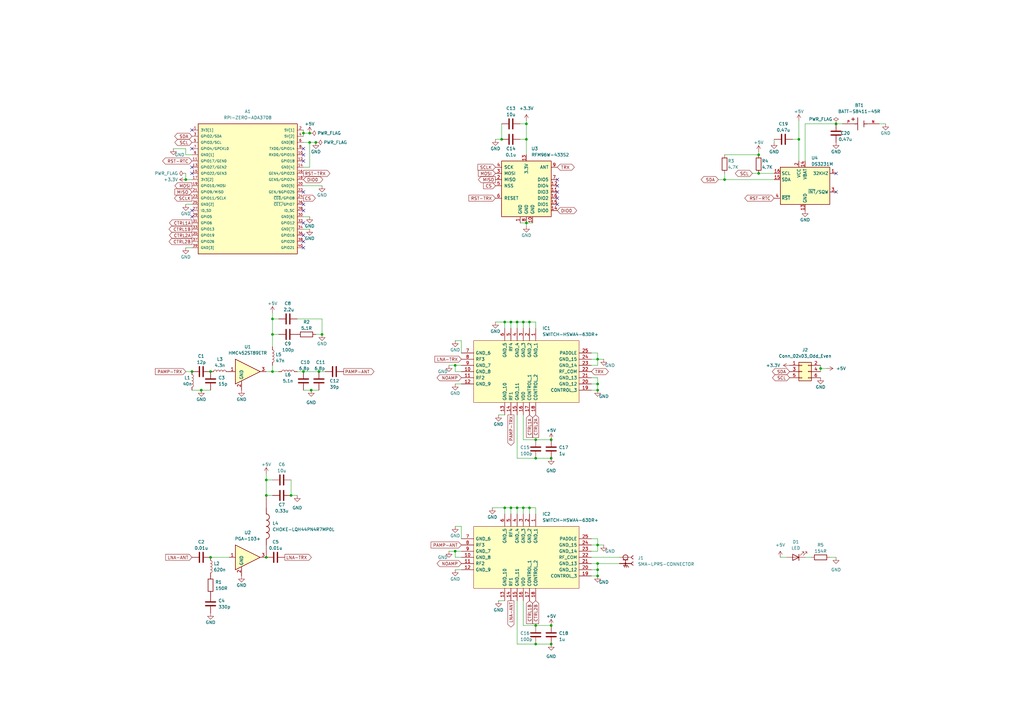
<source format=kicad_sch>
(kicad_sch (version 20211123) (generator eeschema)
  (paper "A3")
  (title_block (title "RF Communications Ground PCB") (date "2022-10-30") (rev "1") (company "Rice Eclipse"))
  (lib_symbols
    (symbol "Connector_Generic:Conn_02x03_Odd_Even" (pin_names (offset 1.016) hide)
      (property "Reference" "J" (at 1.27 5.08 0))
      (property "Value" "Conn_02x03_Odd_Even" (at 1.27 -5.08 0))
      (symbol "Conn_02x03_Odd_Even_1_1"
        (rectangle (start -1.27 -2.413) (end 0 -2.667) (stroke (width 0.1524)))
        (rectangle (start -1.27 0.127) (end 0 -0.127) (stroke (width 0.1524)))
        (rectangle (start -1.27 2.667) (end 0 2.413) (stroke (width 0.1524)))
        (rectangle (start -1.27 3.81) (end 3.81 -3.81) (stroke (width 0.254)) (fill (type background)))
        (rectangle (start 3.81 -2.413) (end 2.54 -2.667) (stroke (width 0.1524)))
        (rectangle (start 3.81 0.127) (end 2.54 -0.127) (stroke (width 0.1524)))
        (rectangle (start 3.81 2.667) (end 2.54 2.413) (stroke (width 0.1524)))
        (pin passive line (at -5.08 2.54 0) (length 3.81) (name "Pin_1") (number "1"))
        (pin passive line (at 7.62 2.54 180) (length 3.81) (name "Pin_2") (number "2"))
        (pin passive line (at -5.08 0 0) (length 3.81) (name "Pin_3") (number "3"))
        (pin passive line (at 7.62 0 180) (length 3.81) (name "Pin_4") (number "4"))
        (pin passive line (at -5.08 -2.54 0) (length 3.81) (name "Pin_5") (number "5"))
        (pin passive line (at 7.62 -2.54 180) (length 3.81) (name "Pin_6") (number "6"))
      )
    )
    (symbol "Device:C" (pin_numbers hide) (pin_names (offset 0.254))
      (property "Reference" "C" (at 0.635 2.54 0))
      (property "Value" "C" (at 0.635 -2.54 0))
      (symbol "C_0_1"
        (polyline (pts (xy -2.032 -0.762) (xy 2.032 -0.762)) (stroke (width 0.508)))
        (polyline (pts (xy -2.032 0.762) (xy 2.032 0.762)) (stroke (width 0.508)))
      )
      (symbol "C_1_1"
        (pin passive line (at 0 3.81 270) (length 2.794) (name "~") (number "1"))
        (pin passive line (at 0 -3.81 90) (length 2.794) (name "~") (number "2"))
      )
    )
    (symbol "Device:L" (pin_numbers hide) (pin_names (offset 1.016) hide)
      (property "Reference" "L" (at -1.27 0 90))
      (property "Value" "L" (at 1.905 0 90))
      (symbol "L_0_1"
        (arc (start 0 -2.54) (mid 0.635 -1.905) (end 0 -1.27))
        (arc (start 0 -1.27) (mid 0.635 -0.635) (end 0 0))
        (arc (start 0 0) (mid 0.635 0.635) (end 0 1.27))
        (arc (start 0 1.27) (mid 0.635 1.905) (end 0 2.54))
      )
      (symbol "L_1_1"
        (pin passive line (at 0 3.81 270) (length 1.27) (name "1") (number "1"))
        (pin passive line (at 0 -3.81 90) (length 1.27) (name "2") (number "2"))
      )
    )
    (symbol "Device:LED" (pin_numbers hide) (pin_names (offset 1.016) hide)
      (property "Reference" "D" (at 0 2.54 0))
      (property "Value" "LED" (at 0 -2.54 0))
      (symbol "LED_0_1"
        (polyline (pts (xy -1.27 -1.27) (xy -1.27 1.27)) (stroke (width 0.254)))
        (polyline (pts (xy -1.27 0) (xy 1.27 0)))
        (polyline (pts (xy 1.27 -1.27) (xy 1.27 1.27) (xy -1.27 0) (xy 1.27 -1.27)) (stroke (width 0.254)))
        (polyline (pts (xy -3.048 -0.762) (xy -4.572 -2.286) (xy -3.81 -2.286) (xy -4.572 -2.286) (xy -4.572 -1.524)))
        (polyline (pts (xy -1.778 -0.762) (xy -3.302 -2.286) (xy -2.54 -2.286) (xy -3.302 -2.286) (xy -3.302 -1.524)))
      )
      (symbol "LED_1_1"
        (pin passive line (at -3.81 0 0) (length 2.54) (name "K") (number "1"))
        (pin passive line (at 3.81 0 180) (length 2.54) (name "A") (number "2"))
      )
    )
    (symbol "Device:R" (pin_numbers hide) (pin_names (offset 0))
      (property "Reference" "R" (at 2.032 0 90))
      (property "Value" "R" (at 0 0 90))
      (symbol "R_0_1"
        (rectangle (start -1.016 -2.54) (end 1.016 2.54) (stroke (width 0.254)))
      )
      (symbol "R_1_1"
        (pin passive line (at 0 3.81 270) (length 1.27) (name "~") (number "1"))
        (pin passive line (at 0 -3.81 90) (length 1.27) (name "~") (number "2"))
      )
    )
    (symbol "Eclipse_RF_Symbols:BATT-S8411-45R" (pin_names (offset 1.016) hide)
      (property "Reference" "BT" (at -3.81 3.81 0))
      (property "Value" "BATT-S8411-45R" (at -3.81 -5.08 0))
      (symbol "BATT-S8411-45R_0_0"
        (polyline (pts (xy -3.81 1.905) (xy -2.54 1.905)) (stroke (width 0.254)))
        (polyline (pts (xy -3.175 2.54) (xy -3.175 1.27)) (stroke (width 0.254)))
        (polyline (pts (xy -1.27 0) (xy -2.54 0)) (stroke (width 0.254)))
        (polyline (pts (xy -1.27 0) (xy -1.27 -2.54)) (stroke (width 0.254)))
        (polyline (pts (xy -1.27 2.54) (xy -1.27 0)) (stroke (width 0.254)))
        (polyline (pts (xy 1.27 0) (xy 1.27 -1.27)) (stroke (width 0.254)))
        (polyline (pts (xy 1.27 0) (xy 2.54 0)) (stroke (width 0.254)))
        (polyline (pts (xy 1.27 1.27) (xy 1.27 0)) (stroke (width 0.254)))
        (pin passive line (at 7.62 0 180) (length 5.08) (name "~") (number "N"))
        (pin passive line (at -7.62 0 0) (length 5.08) (name "~") (number "P"))
      )
    )
    (symbol "Eclipse_RF_Symbols:CHOKE-LQH44PN4R7MP0L" (pin_numbers hide) (pin_names (offset 1.016) hide)
      (property "Reference" "L" (at -10.16 7.62 0))
      (property "Value" "CHOKE-LQH44PN4R7MP0L" (at -10.16 5.08 0))
      (symbol "CHOKE-LQH44PN4R7MP0L_0_0"
        (arc (start -2.54 0) (mid -3.81 1.27) (end -5.08 0) (stroke (width 0.254)))
        (arc (start 0 0) (mid -1.27 1.27) (end -2.54 0) (stroke (width 0.254)))
        (polyline (pts (xy -5.08 0) (xy -7.62 0)) (stroke (width 0.254)))
        (polyline (pts (xy 5.08 0) (xy 7.62 0)) (stroke (width 0.254)))
        (arc (start 2.54 0) (mid 1.27 1.27) (end 0 0) (stroke (width 0.254)))
        (arc (start 5.08 0) (mid 3.81 1.27) (end 2.54 0) (stroke (width 0.254)))
        (pin passive line (at -12.7 0 0) (length 5.08) (name "~") (number "1"))
        (pin passive line (at 12.7 0 180) (length 5.08) (name "~") (number "2"))
      )
    )
    (symbol "Eclipse_RF_Symbols:RPI-ZERO-ADA3708" (pin_names (offset 1.016))
      (property "Reference" "A" (at -20.3454 26.6954 0))
      (property "Value" "RPI-ZERO-ADA3708" (at -20.3454 -30.5054 0))
      (symbol "RPI-ZERO-ADA3708_0_0"
        (rectangle (start -20.32 -27.94) (end 20.32 25.4) (stroke (width 0.254)) (fill (type background)))
        (pin power_in line (at -22.86 22.86 0) (length 2.54) (name "3V3[1]") (number "1"))
        (pin bidirectional line (at 22.86 12.7 180) (length 2.54) (name "RXD0/GPIO15") (number "10"))
        (pin bidirectional line (at -22.86 10.16 0) (length 2.54) (name "GPIO17/GEN0") (number "11"))
        (pin bidirectional line (at 22.86 10.16 180) (length 2.54) (name "GPIO18") (number "12"))
        (pin bidirectional line (at -22.86 7.62 0) (length 2.54) (name "GPIO27/GEN2") (number "13"))
        (pin power_in line (at 22.86 7.62 180) (length 2.54) (name "GND[4]") (number "14"))
        (pin bidirectional line (at -22.86 5.08 0) (length 2.54) (name "GPIO22/GEN3") (number "15"))
        (pin bidirectional line (at 22.86 5.08 180) (length 2.54) (name "GEN4/GPIO23") (number "16"))
        (pin power_in line (at -22.86 2.54 0) (length 2.54) (name "3V3[2]") (number "17"))
        (pin bidirectional line (at 22.86 2.54 180) (length 2.54) (name "GEN5/GPIO24") (number "18"))
        (pin bidirectional line (at -22.86 0 0) (length 2.54) (name "GPIO10/MOSI") (number "19"))
        (pin power_in line (at 22.86 22.86 180) (length 2.54) (name "5V[1]") (number "2"))
        (pin power_in line (at 22.86 0 180) (length 2.54) (name "GND[5]") (number "20"))
        (pin bidirectional line (at -22.86 -2.54 0) (length 2.54) (name "GPIO9/MISO") (number "21"))
        (pin bidirectional line (at 22.86 -2.54 180) (length 2.54) (name "GEN/6GPIO25") (number "22"))
        (pin bidirectional line (at -22.86 -5.08 0) (length 2.54) (name "GPIO11/SCLK") (number "23"))
        (pin bidirectional line (at 22.86 -5.08 180) (length 2.54) (name "~{CE0}/GPIO8") (number "24"))
        (pin power_in line (at -22.86 -7.62 0) (length 2.54) (name "GND[2]") (number "25"))
        (pin bidirectional line (at 22.86 -7.62 180) (length 2.54) (name "~{CE1/}GPIO7") (number "26"))
        (pin bidirectional line (at -22.86 -10.16 0) (length 2.54) (name "ID_SD") (number "27"))
        (pin bidirectional line (at 22.86 -10.16 180) (length 2.54) (name "ID_SC") (number "28"))
        (pin bidirectional line (at -22.86 -12.7 0) (length 2.54) (name "GPIO5") (number "29"))
        (pin bidirectional line (at -22.86 20.32 0) (length 2.54) (name "GPIO2/SDA") (number "3"))
        (pin power_in line (at 22.86 -12.7 180) (length 2.54) (name "GND[6]") (number "30"))
        (pin bidirectional line (at -22.86 -15.24 0) (length 2.54) (name "GPIO6") (number "31"))
        (pin bidirectional line (at 22.86 -15.24 180) (length 2.54) (name "GPIO12") (number "32"))
        (pin bidirectional line (at -22.86 -17.78 0) (length 2.54) (name "GPIO13") (number "33"))
        (pin power_in line (at 22.86 -17.78 180) (length 2.54) (name "GND[7]") (number "34"))
        (pin bidirectional line (at -22.86 -20.32 0) (length 2.54) (name "GPIO19") (number "35"))
        (pin bidirectional line (at 22.86 -20.32 180) (length 2.54) (name "GPIO16") (number "36"))
        (pin bidirectional line (at -22.86 -22.86 0) (length 2.54) (name "GPIO26") (number "37"))
        (pin bidirectional line (at 22.86 -22.86 180) (length 2.54) (name "GPIO20") (number "38"))
        (pin power_in line (at -22.86 -25.4 0) (length 2.54) (name "GND[3]") (number "39"))
        (pin power_in line (at 22.86 20.32 180) (length 2.54) (name "5V[2]") (number "4"))
        (pin bidirectional line (at 22.86 -25.4 180) (length 2.54) (name "GPIO21") (number "40"))
        (pin bidirectional line (at -22.86 17.78 0) (length 2.54) (name "GPIO3/SCL") (number "5"))
        (pin power_in line (at 22.86 17.78 180) (length 2.54) (name "GND[8]") (number "6"))
        (pin bidirectional line (at -22.86 15.24 0) (length 2.54) (name "GPIO4/GPCKL0") (number "7"))
        (pin bidirectional line (at 22.86 15.24 180) (length 2.54) (name "TXD0/GPIO14") (number "8"))
        (pin power_in line (at -22.86 12.7 0) (length 2.54) (name "GND[1]") (number "9"))
      )
    )
    (symbol "Eclipse_RF_Symbols:SMA-LPRS-CONNECTOR" (pin_numbers hide) (pin_names (offset 1.016) hide)
      (property "Reference" "J" (at -3.81 1.524 0))
      (property "Value" "SMA-LPRS-CONNECTOR" (at -4.064 -6.858 0))
      (symbol "SMA-LPRS-CONNECTOR_0_0"
        (arc (start -3.175 -3.175) (mid -2.54 -2.54) (end -3.175 -1.905) (stroke (width 0.254)))
        (arc (start -3.175 -0.635) (mid -2.54 0) (end -3.175 0.635) (stroke (width 0.254)))
        (circle (center 0 -2.54) (radius 0.254) (stroke (width 0.254)))
        (polyline (pts (xy -1.016 -1.016) (xy 0 -1.016)) (stroke (width 0.254)))
        (polyline (pts (xy -0.762 -3.302) (xy -1.27 -4.064)) (stroke (width 0.254)))
        (polyline (pts (xy 0 -3.302) (xy -0.762 -3.302)) (stroke (width 0.254)))
        (polyline (pts (xy 0 -3.302) (xy -0.508 -4.064)) (stroke (width 0.254)))
        (polyline (pts (xy 0 -3.302) (xy 0.762 -3.302)) (stroke (width 0.254)))
        (polyline (pts (xy 0 -1.016) (xy 0 -3.302)) (stroke (width 0.254)))
        (polyline (pts (xy 0 -1.016) (xy 1.016 -1.016)) (stroke (width 0.254)))
        (polyline (pts (xy 0.762 -3.302) (xy 0.254 -4.064)) (stroke (width 0.254)))
        (circle (center 0 0) (radius 1.016) (stroke (width 0.254)))
        (pin passive line (at 2.54 0 180) (length 5.08) (name "~") (number "1"))
        (pin passive line (at 2.54 -2.54 180) (length 5.08) (name "~") (number "G1"))
        (pin passive line (at 2.54 -2.54 180) (length 5.08) (name "~") (number "G2"))
        (pin passive line (at 2.54 -2.54 180) (length 5.08) (name "~") (number "G3"))
        (pin passive line (at 2.54 -2.54 180) (length 5.08) (name "~") (number "G4"))
      )
    )
    (symbol "Eclipse_RF_Symbols:SWITCH-HSWA4-63DR+" (pin_names (offset 0.762))
      (property "Reference" "IC" (at 31.75 22.86 0))
      (property "Value" "SWITCH-HSWA4-63DR+" (at 31.75 20.32 0))
      (symbol "SWITCH-HSWA4-63DR+_0_0"
        (pin passive line (at 0 0 0) (length 5.08) (name "GND_1") (number "1"))
        (pin passive line (at 17.78 -30.48 90) (length 5.08) (name "GND_8") (number "10"))
        (pin passive line (at 20.32 -30.48 90) (length 5.08) (name "RF2") (number "11"))
        (pin passive line (at 22.86 -30.48 90) (length 5.08) (name "GND_9") (number "12"))
        (pin passive line (at 35.56 -12.7 180) (length 5.08) (name "GND_10") (number "13"))
        (pin passive line (at 35.56 -10.16 180) (length 5.08) (name "RF1") (number "14"))
        (pin passive line (at 35.56 -7.62 180) (length 5.08) (name "GND_11") (number "15"))
        (pin passive line (at 35.56 -5.08 180) (length 5.08) (name "VDD") (number "16"))
        (pin passive line (at 35.56 -2.54 180) (length 5.08) (name "CONTROL_1") (number "17"))
        (pin passive line (at 35.56 0 180) (length 5.08) (name "CONTROL_2") (number "18"))
        (pin passive line (at 25.4 22.86 270) (length 5.08) (name "CONTROL_3") (number "19"))
        (pin passive line (at 0 -2.54 0) (length 5.08) (name "GND_2") (number "2"))
        (pin passive line (at 22.86 22.86 270) (length 5.08) (name "GND_12") (number "20"))
        (pin passive line (at 20.32 22.86 270) (length 5.08) (name "GND_13") (number "21"))
        (pin passive line (at 17.78 22.86 270) (length 5.08) (name "RF_COM") (number "22"))
        (pin passive line (at 15.24 22.86 270) (length 5.08) (name "GND_14") (number "23"))
        (pin passive line (at 12.7 22.86 270) (length 5.08) (name "GND_15") (number "24"))
        (pin passive line (at 10.16 22.86 270) (length 5.08) (name "PADDLE") (number "25"))
        (pin passive line (at 0 -5.08 0) (length 5.08) (name "GND_3") (number "3"))
        (pin passive line (at 0 -7.62 0) (length 5.08) (name "GND_4") (number "4"))
        (pin passive line (at 0 -10.16 0) (length 5.08) (name "RF4") (number "5"))
        (pin passive line (at 0 -12.7 0) (length 5.08) (name "GND_5") (number "6"))
        (pin passive line (at 10.16 -30.48 90) (length 5.08) (name "GND_6") (number "7"))
        (pin passive line (at 12.7 -30.48 90) (length 5.08) (name "RF3") (number "8"))
        (pin passive line (at 15.24 -30.48 90) (length 5.08) (name "GND_7") (number "9"))
      )
      (symbol "SWITCH-HSWA4-63DR+_0_1"
        (polyline (pts (xy 5.08 17.78) (xy 30.48 17.78) (xy 30.48 -25.4) (xy 5.08 -25.4) (xy 5.08 17.78)) (stroke (width 0.1524)) (fill (type background)))
      )
    )
    (symbol "PGA-103_1"
      (property "Reference" "U" (at -1.27 7.62 0))
      (property "Value" "PGA-103_1" (at 2.54 5.08 0))
      (symbol "PGA-103_1_0_1"
        (polyline (pts (xy 5.08 0) (xy -5.08 5.08) (xy -5.08 -5.08) (xy 5.08 0)) (stroke (width 0.254)) (fill (type background)))
      )
      (symbol "PGA-103_1_1_1"
        (pin input line (at -7.62 0 0) (length 2.54) (name "~") (number "1"))
        (pin power_in line (at -2.54 -7.62 90) (length 3.81) (name "GND") (number "2"))
        (pin output line (at 7.62 0 180) (length 2.54) (name "~") (number "3"))
      )
    )
    (symbol "RF_Amplifier:PGA-103"
      (property "Reference" "U" (at -1.27 7.62 0))
      (property "Value" "PGA-103" (at 2.54 5.08 0))
      (symbol "PGA-103_0_1"
        (polyline (pts (xy 5.08 0) (xy -5.08 5.08) (xy -5.08 -5.08) (xy 5.08 0)) (stroke (width 0.254)) (fill (type background)))
      )
      (symbol "PGA-103_1_1"
        (pin input line (at -7.62 0 0) (length 2.54) (name "~") (number "1"))
        (pin power_in line (at -2.54 -7.62 90) (length 3.81) (name "GND") (number "2"))
        (pin output line (at 7.62 0 180) (length 2.54) (name "~") (number "3"))
      )
    )
    (symbol "RF_Module:RFM96W-433S2" (pin_names (offset 1.016))
      (property "Reference" "U" (at -10.414 11.684 0))
      (property "Value" "RFM96W-433S2" (at 1.524 11.43 0))
      (symbol "RFM96W-433S2_0_1"
        (rectangle (start -10.16 10.16) (end 10.16 -12.7) (stroke (width 0.254)) (fill (type background)))
      )
      (symbol "RFM96W-433S2_1_1"
        (pin power_in line (at -2.54 -15.24 90) (length 2.54) (name "GND") (number "1"))
        (pin power_in line (at 2.54 -15.24 90) (length 2.54) (name "GND") (number "10"))
        (pin bidirectional line (at 12.7 -2.54 180) (length 2.54) (name "DIO3") (number "11"))
        (pin bidirectional line (at 12.7 0 180) (length 2.54) (name "DIO4") (number "12"))
        (pin power_in line (at 0 12.7 270) (length 2.54) (name "3.3V") (number "13"))
        (pin bidirectional line (at 12.7 -10.16 180) (length 2.54) (name "DIO0") (number "14"))
        (pin bidirectional line (at 12.7 -7.62 180) (length 2.54) (name "DIO1") (number "15"))
        (pin bidirectional line (at 12.7 -5.08 180) (length 2.54) (name "DIO2") (number "16"))
        (pin output line (at -12.7 2.54 0) (length 2.54) (name "MISO") (number "2"))
        (pin input line (at -12.7 5.08 0) (length 2.54) (name "MOSI") (number "3"))
        (pin input line (at -12.7 7.62 0) (length 2.54) (name "SCK") (number "4"))
        (pin input line (at -12.7 0 0) (length 2.54) (name "NSS") (number "5"))
        (pin bidirectional line (at -12.7 -5.08 0) (length 2.54) (name "RESET") (number "6"))
        (pin bidirectional line (at 12.7 2.54 180) (length 2.54) (name "DIO5") (number "7"))
        (pin power_in line (at 0 -15.24 90) (length 2.54) (name "GND") (number "8"))
        (pin bidirectional line (at 12.7 7.62 180) (length 2.54) (name "ANT") (number "9"))
      )
    )
    (symbol "Timer_RTC:DS3231M"
      (property "Reference" "U" (at -7.62 8.89 0))
      (property "Value" "DS3231M" (at 10.16 8.89 0))
      (symbol "DS3231M_0_1"
        (rectangle (start -10.16 7.62) (end 10.16 -7.62) (stroke (width 0.254)) (fill (type background)))
      )
      (symbol "DS3231M_1_1"
        (pin open_collector line (at 12.7 5.08 180) (length 2.54) (name "32KHZ") (number "1"))
        (pin passive line (at 0 -10.16 90) (length 2.54) hide (name "GND") (number "10"))
        (pin passive line (at 0 -10.16 90) (length 2.54) hide (name "GND") (number "11"))
        (pin passive line (at 0 -10.16 90) (length 2.54) hide (name "GND") (number "12"))
        (pin power_in line (at 0 -10.16 90) (length 2.54) (name "GND") (number "13"))
        (pin power_in line (at 0 10.16 270) (length 2.54) (name "VBAT") (number "14"))
        (pin bidirectional line (at -12.7 2.54 0) (length 2.54) (name "SDA") (number "15"))
        (pin input line (at -12.7 5.08 0) (length 2.54) (name "SCL") (number "16"))
        (pin power_in line (at -2.54 10.16 270) (length 2.54) (name "VCC") (number "2"))
        (pin open_collector line (at 12.7 -2.54 180) (length 2.54) (name "~{INT}/SQW") (number "3"))
        (pin bidirectional line (at -12.7 -5.08 0) (length 2.54) (name "~{RST}") (number "4"))
        (pin passive line (at 0 -10.16 90) (length 2.54) hide (name "GND") (number "5"))
        (pin passive line (at 0 -10.16 90) (length 2.54) hide (name "GND") (number "6"))
        (pin passive line (at 0 -10.16 90) (length 2.54) hide (name "GND") (number "7"))
        (pin passive line (at 0 -10.16 90) (length 2.54) hide (name "GND") (number "8"))
        (pin passive line (at 0 -10.16 90) (length 2.54) hide (name "GND") (number "9"))
      )
    )
    (symbol "power:+3.3V" (power) (pin_names (offset 0))
      (property "Value" "+3.3V" (at 0 3.556 0))
      (symbol "+3.3V_0_1"
        (polyline (pts (xy -0.762 1.27) (xy 0 2.54)))
        (polyline (pts (xy 0 0) (xy 0 2.54)))
        (polyline (pts (xy 0 2.54) (xy 0.762 1.27)))
      )
      (symbol "+3.3V_1_1"
        (pin power_in line (at 0 0 90) (length 0) hide (name "+3.3V") (number "1"))
      )
    )
    (symbol "power:+5V" (power) (pin_names (offset 0))
      (property "Value" "+5V" (at 0 3.556 0))
      (symbol "+5V_0_1"
        (polyline (pts (xy -0.762 1.27) (xy 0 2.54)))
        (polyline (pts (xy 0 0) (xy 0 2.54)))
        (polyline (pts (xy 0 2.54) (xy 0.762 1.27)))
      )
      (symbol "+5V_1_1"
        (pin power_in line (at 0 0 90) (length 0) hide (name "+5V") (number "1"))
      )
    )
    (symbol "power:GND" (power) (pin_names (offset 0))
      (property "Value" "GND" (at 0 -3.81 0))
      (symbol "GND_0_1"
        (polyline (pts (xy 0 0) (xy 0 -1.27) (xy 1.27 -1.27) (xy 0 -2.54) (xy -1.27 -1.27) (xy 0 -1.27)))
      )
      (symbol "GND_1_1"
        (pin power_in line (at 0 0 270) (length 0) hide (name "GND") (number "1"))
      )
    )
    (symbol "power:PWR_FLAG" (power) (pin_numbers hide) (pin_names (offset 0) hide)
      (property "Value" "PWR_FLAG" (at 0 3.81 0))
      (symbol "PWR_FLAG_0_0"
        (pin power_out line (at 0 0 90) (length 0) (name "pwr") (number "1"))
      )
      (symbol "PWR_FLAG_0_1"
        (polyline (pts (xy 0 0) (xy 0 1.27) (xy -1.016 1.905) (xy 0 2.54) (xy 1.016 1.905) (xy 0 1.27)))
      )
    )
  )
  (junction (at 109.22 196.85))
  (junction (at 186.69 226.06))
  (junction (at 226.06 180.34))
  (junction (at 207.01 208.28))
  (junction (at 245.11 157.48))
  (junction (at 82.55 160.02))
  (junction (at 245.11 147.32))
  (junction (at 336.55 151.13))
  (junction (at 219.71 187.96))
  (junction (at 86.36 228.6))
  (junction (at 109.22 228.6))
  (junction (at 127.635 160.02))
  (junction (at 132.08 137.16))
  (junction (at 111.76 130.81))
  (junction (at 209.55 132.08))
  (junction (at 245.11 223.52))
  (junction (at 127 58.42))
  (junction (at 212.09 208.28))
  (junction (at 209.55 208.28))
  (junction (at 78.74 152.4))
  (junction (at 76.2 73.66))
  (junction (at 207.01 132.08))
  (junction (at 219.71 264.16))
  (junction (at 217.17 208.28))
  (junction (at 109.22 203.2))
  (junction (at 130.81 152.4))
  (junction (at 217.17 132.08))
  (junction (at 186.69 149.86))
  (junction (at 245.11 231.14))
  (junction (at 311.15 63.5))
  (junction (at 297.18 73.66))
  (junction (at 214.63 132.08))
  (junction (at 226.06 187.96))
  (junction (at 124.46 152.4))
  (junction (at 124.46 54.61))
  (junction (at 226.06 256.54))
  (junction (at 215.9 50.8))
  (junction (at 127 54.61))
  (junction (at 219.71 180.34))
  (junction (at 311.15 71.12))
  (junction (at 214.63 208.28))
  (junction (at 327.66 57.15))
  (junction (at 245.11 160.02))
  (junction (at 219.71 256.54))
  (junction (at 342.9 50.8))
  (junction (at 205.74 57.15))
  (junction (at 111.76 152.4))
  (junction (at 245.11 233.68))
  (junction (at 111.76 137.16))
  (junction (at 226.06 264.16))
  (junction (at 129.54 58.42))
  (junction (at 215.9 91.44))
  (junction (at 86.36 152.4))
  (junction (at 212.09 132.08))
  (junction (at 245.11 236.22))
  (junction (at 215.9 57.15))
  (junction (at 119.38 203.2))
  (no_connect (at 78.74 71.12))
  (no_connect (at 78.74 68.58))
  (no_connect (at 78.74 60.96))
  (no_connect (at 78.74 88.9))
  (no_connect (at 78.74 86.36))
  (no_connect (at 124.46 101.6))
  (no_connect (at 124.46 60.96))
  (no_connect (at 124.46 63.5))
  (no_connect (at 124.46 66.04))
  (no_connect (at 124.46 78.74))
  (no_connect (at 124.46 83.82))
  (no_connect (at 124.46 86.36))
  (no_connect (at 124.46 91.44))
  (no_connect (at 124.46 96.52))
  (no_connect (at 124.46 99.06))
  (no_connect (at 78.74 53.34))
  (no_connect (at 342.9 71.12))
  (no_connect (at 342.9 78.74))
  (no_connect (at 228.6 83.82))
  (no_connect (at 228.6 78.74))
  (no_connect (at 228.6 81.28))
  (no_connect (at 228.6 73.66))
  (no_connect (at 228.6 76.2))
  (wire (pts (xy 82.55 160.02) (xy 86.36 160.02)))
  (wire (pts (xy 330.2 50.8) (xy 330.2 66.04)))
  (wire (pts (xy 212.09 246.38) (xy 212.09 264.16)))
  (wire (pts (xy 127 58.42) (xy 129.54 58.42)))
  (wire (pts (xy 245.11 149.86) (xy 245.11 147.32)))
  (wire (pts (xy 124.46 76.2) (xy 132.08 76.2)))
  (wire (pts (xy 242.57 154.94) (xy 245.11 154.94)))
  (wire (pts (xy 204.47 246.38) (xy 207.01 246.38)))
  (wire (pts (xy 111.76 130.81) (xy 111.76 137.16)))
  (wire (pts (xy 76.2 60.96) (xy 71.12 60.96)))
  (wire (pts (xy 342.9 50.8) (xy 345.44 50.8)))
  (wire (pts (xy 212.09 208.28) (xy 214.63 208.28)))
  (wire (pts (xy 109.22 196.85) (xy 109.22 203.2)))
  (wire (pts (xy 124.46 54.61) (xy 124.46 55.88)))
  (wire (pts (xy 245.11 231.14) (xy 254 231.14)))
  (wire (pts (xy 242.57 236.22) (xy 245.11 236.22)))
  (wire (pts (xy 242.57 157.48) (xy 245.11 157.48)))
  (wire (pts (xy 214.63 180.34) (xy 219.71 180.34)))
  (wire (pts (xy 219.71 264.16) (xy 226.06 264.16)))
  (wire (pts (xy 325.12 57.15) (xy 327.66 57.15)))
  (wire (pts (xy 242.57 149.86) (xy 245.11 149.86)))
  (wire (pts (xy 209.55 208.28) (xy 212.09 208.28)))
  (wire (pts (xy 203.2 57.15) (xy 205.74 57.15)))
  (wire (pts (xy 215.9 50.8) (xy 215.9 57.15)))
  (wire (pts (xy 212.09 187.96) (xy 219.71 187.96)))
  (wire (pts (xy 212.09 264.16) (xy 219.71 264.16)))
  (wire (pts (xy 217.17 208.28) (xy 217.17 210.82)))
  (wire (pts (xy 214.63 132.08) (xy 217.17 132.08)))
  (wire (pts (xy 184.15 149.86) (xy 186.69 149.86)))
  (wire (pts (xy 214.63 132.08) (xy 214.63 134.62)))
  (wire (pts (xy 189.23 226.06) (xy 186.69 226.06)))
  (wire (pts (xy 76.2 83.82) (xy 78.74 83.82)))
  (wire (pts (xy 297.18 73.66) (xy 297.18 71.12)))
  (wire (pts (xy 207.01 208.28) (xy 201.93 208.28)))
  (wire (pts (xy 119.38 196.85) (xy 119.38 203.2)))
  (wire (pts (xy 207.01 210.82) (xy 207.01 208.28)))
  (wire (pts (xy 242.57 220.98) (xy 245.11 220.98)))
  (wire (pts (xy 336.55 149.86) (xy 336.55 151.13)))
  (wire (pts (xy 327.66 49.53) (xy 327.66 57.15)))
  (wire (pts (xy 219.71 256.54) (xy 226.06 256.54)))
  (wire (pts (xy 186.69 139.7) (xy 189.23 139.7)))
  (wire (pts (xy 245.11 226.06) (xy 245.11 223.52)))
  (wire (pts (xy 330.2 228.6) (xy 332.74 228.6)))
  (wire (pts (xy 242.57 226.06) (xy 245.11 226.06)))
  (wire (pts (xy 189.23 149.86) (xy 186.69 149.86)))
  (wire (pts (xy 360.68 50.8) (xy 363.22 50.8)))
  (wire (pts (xy 124.46 68.58) (xy 127 68.58)))
  (wire (pts (xy 214.63 256.54) (xy 219.71 256.54)))
  (wire (pts (xy 340.36 228.6) (xy 342.9 228.6)))
  (wire (pts (xy 78.74 160.02) (xy 82.55 160.02)))
  (wire (pts (xy 215.9 57.15) (xy 215.9 63.5)))
  (wire (pts (xy 242.57 223.52) (xy 245.11 223.52)))
  (wire (pts (xy 213.36 50.8) (xy 215.9 50.8)))
  (wire (pts (xy 245.11 147.32) (xy 247.65 147.32)))
  (wire (pts (xy 207.01 134.62) (xy 207.01 132.08)))
  (wire (pts (xy 124.46 58.42) (xy 127 58.42)))
  (wire (pts (xy 209.55 134.62) (xy 209.55 132.08)))
  (wire (pts (xy 186.69 226.06) (xy 186.69 228.6)))
  (wire (pts (xy 217.17 208.28) (xy 219.71 208.28)))
  (wire (pts (xy 217.17 132.08) (xy 217.17 134.62)))
  (wire (pts (xy 204.47 170.18) (xy 207.01 170.18)))
  (wire (pts (xy 121.92 152.4) (xy 124.46 152.4)))
  (wire (pts (xy 124.46 53.34) (xy 124.46 54.61)))
  (wire (pts (xy 213.36 91.44) (xy 215.9 91.44)))
  (wire (pts (xy 186.69 233.68) (xy 189.23 233.68)))
  (wire (pts (xy 109.22 196.85) (xy 111.76 196.85)))
  (wire (pts (xy 242.57 228.6) (xy 254 228.6)))
  (wire (pts (xy 245.11 223.52) (xy 247.65 223.52)))
  (wire (pts (xy 219.71 187.96) (xy 226.06 187.96)))
  (wire (pts (xy 121.92 130.81) (xy 132.08 130.81)))
  (wire (pts (xy 132.08 130.81) (xy 132.08 137.16)))
  (wire (pts (xy 336.55 151.13) (xy 336.55 152.4)))
  (wire (pts (xy 109.22 203.2) (xy 111.76 203.2)))
  (wire (pts (xy 186.69 152.4) (xy 189.23 152.4)))
  (wire (pts (xy 124.46 152.4) (xy 130.81 152.4)))
  (wire (pts (xy 189.23 220.98) (xy 189.23 215.9)))
  (wire (pts (xy 124.46 93.98) (xy 127 93.98)))
  (wire (pts (xy 109.22 194.31) (xy 109.22 196.85)))
  (wire (pts (xy 111.76 130.81) (xy 114.3 130.81)))
  (wire (pts (xy 127 58.42) (xy 127 68.58)))
  (wire (pts (xy 242.57 233.68) (xy 245.11 233.68)))
  (wire (pts (xy 217.17 132.08) (xy 219.71 132.08)))
  (wire (pts (xy 214.63 246.38) (xy 214.63 256.54)))
  (wire (pts (xy 214.63 170.18) (xy 214.63 180.34)))
  (wire (pts (xy 76.2 63.5) (xy 76.2 60.96)))
  (wire (pts (xy 207.01 132.08) (xy 209.55 132.08)))
  (wire (pts (xy 327.66 57.15) (xy 327.66 66.04)))
  (wire (pts (xy 186.69 149.86) (xy 186.69 152.4)))
  (wire (pts (xy 215.9 91.44) (xy 218.44 91.44)))
  (wire (pts (xy 219.71 180.34) (xy 226.06 180.34)))
  (wire (pts (xy 212.09 210.82) (xy 212.09 208.28)))
  (wire (pts (xy 219.71 132.08) (xy 219.71 134.62)))
  (wire (pts (xy 124.46 88.9) (xy 127 88.9)))
  (wire (pts (xy 297.18 63.5) (xy 311.15 63.5)))
  (wire (pts (xy 111.76 137.16) (xy 111.76 142.24)))
  (wire (pts (xy 242.57 144.78) (xy 245.11 144.78)))
  (wire (pts (xy 215.9 49.53) (xy 215.9 50.8)))
  (wire (pts (xy 78.74 63.5) (xy 76.2 63.5)))
  (wire (pts (xy 212.09 170.18) (xy 212.09 187.96)))
  (wire (pts (xy 76.2 152.4) (xy 78.74 152.4)))
  (wire (pts (xy 209.55 208.28) (xy 207.01 208.28)))
  (wire (pts (xy 111.76 128.27) (xy 111.76 130.81)))
  (wire (pts (xy 189.23 144.78) (xy 189.23 139.7)))
  (wire (pts (xy 330.2 50.8) (xy 342.9 50.8)))
  (wire (pts (xy 214.63 208.28) (xy 217.17 208.28)))
  (wire (pts (xy 186.69 157.48) (xy 189.23 157.48)))
  (wire (pts (xy 294.64 73.66) (xy 297.18 73.66)))
  (wire (pts (xy 129.54 137.16) (xy 132.08 137.16)))
  (wire (pts (xy 242.57 160.02) (xy 245.11 160.02)))
  (wire (pts (xy 219.71 208.28) (xy 219.71 210.82)))
  (wire (pts (xy 124.46 54.61) (xy 127 54.61)))
  (wire (pts (xy 212.09 134.62) (xy 212.09 132.08)))
  (wire (pts (xy 317.5 57.15) (xy 317.5 58.42)))
  (wire (pts (xy 242.57 231.14) (xy 245.11 231.14)))
  (wire (pts (xy 127.635 160.02) (xy 130.81 160.02)))
  (wire (pts (xy 124.46 160.02) (xy 127.635 160.02)))
  (wire (pts (xy 213.36 57.15) (xy 215.9 57.15)))
  (wire (pts (xy 209.55 210.82) (xy 209.55 208.28)))
  (wire (pts (xy 205.74 50.8) (xy 205.74 57.15)))
  (wire (pts (xy 78.74 73.66) (xy 76.2 73.66)))
  (wire (pts (xy 245.11 233.68) (xy 245.11 236.22)))
  (wire (pts (xy 245.11 160.02) (xy 245.11 157.48)))
  (wire (pts (xy 320.04 228.6) (xy 322.58 228.6)))
  (wire (pts (xy 212.09 132.08) (xy 214.63 132.08)))
  (wire (pts (xy 297.18 73.66) (xy 317.5 73.66)))
  (wire (pts (xy 245.11 231.14) (xy 245.11 233.68)))
  (wire (pts (xy 111.76 152.4) (xy 114.3 152.4)))
  (wire (pts (xy 184.15 226.06) (xy 186.69 226.06)))
  (wire (pts (xy 215.9 91.44) (xy 215.9 92.71)))
  (wire (pts (xy 186.69 215.9) (xy 189.23 215.9)))
  (wire (pts (xy 209.55 132.08) (xy 212.09 132.08)))
  (wire (pts (xy 203.2 132.08) (xy 207.01 132.08)))
  (wire (pts (xy 76.2 71.12) (xy 76.2 73.66)))
  (wire (pts (xy 111.76 137.16) (xy 114.3 137.16)))
  (wire (pts (xy 245.11 147.32) (xy 245.11 144.78)))
  (wire (pts (xy 311.15 71.12) (xy 317.5 71.12)))
  (wire (pts (xy 245.11 154.94) (xy 245.11 157.48)))
  (wire (pts (xy 86.36 228.6) (xy 93.98 228.6)))
  (wire (pts (xy 311.15 62.23) (xy 311.15 63.5)))
  (wire (pts (xy 109.22 152.4) (xy 111.76 152.4)))
  (wire (pts (xy 336.55 151.13) (xy 339.09 151.13)))
  (wire (pts (xy 245.11 223.52) (xy 245.11 220.98)))
  (wire (pts (xy 242.57 147.32) (xy 245.11 147.32)))
  (wire (pts (xy 130.81 152.4) (xy 133.35 152.4)))
  (wire (pts (xy 186.69 228.6) (xy 189.23 228.6)))
  (wire (pts (xy 111.76 149.86) (xy 111.76 152.4)))
  (wire (pts (xy 308.61 71.12) (xy 311.15 71.12)))
  (wire (pts (xy 214.63 208.28) (xy 214.63 210.82)))
  (wire (pts (xy 76.2 101.6) (xy 78.74 101.6)))
  (wire (pts (xy 119.38 203.2) (xy 121.92 203.2)))
  (global_label "CTRL1A" (shape output) (at 78.74 91.44 180) (property "Intersheet References" "${INTERSHEET_REFS}" (effects hide)))
  (global_label "DIO0" (shape bidirectional) (at 228.6 86.36 0) (property "Intersheet References" "${INTERSHEET_REFS}" (effects hide)))
  (global_label "LNA-ANT" (shape input) (at 78.74 228.6 180) (property "Intersheet References" "${INTERSHEET_REFS}" (effects hide)))
  (global_label "MOSI" (shape input) (at 203.2 71.12 180) (property "Intersheet References" "${INTERSHEET_REFS}" (effects hide)))
  (global_label "CTRL2A" (shape output) (at 78.74 96.52 180) (property "Intersheet References" "${INTERSHEET_REFS}" (effects hide)))
  (global_label "RST-TRX" (shape input) (at 203.2 81.28 180) (property "Intersheet References" "${INTERSHEET_REFS}" (effects hide)))
  (global_label "SDA" (shape bidirectional) (at 78.74 55.88 180) (property "Intersheet References" "${INTERSHEET_REFS}" (effects hide)))
  (global_label "CS" (shape output) (at 124.46 81.28 0) (property "Intersheet References" "${INTERSHEET_REFS}" (effects hide)))
  (global_label "SDA" (shape bidirectional) (at 323.85 152.4 180) (property "Intersheet References" "${INTERSHEET_REFS}" (effects hide)))
  (global_label "MISO" (shape input) (at 78.74 78.74 180) (property "Intersheet References" "${INTERSHEET_REFS}" (effects hide)))
  (global_label "CS" (shape input) (at 203.2 76.2 180) (property "Intersheet References" "${INTERSHEET_REFS}" (effects hide)))
  (global_label "TRX" (shape bidirectional) (at 242.57 152.4 0) (property "Intersheet References" "${INTERSHEET_REFS}" (effects hide)))
  (global_label "SCLK" (shape input) (at 203.2 68.58 180) (property "Intersheet References" "${INTERSHEET_REFS}" (effects hide)))
  (global_label "PAMP-TRX" (shape output) (at 209.55 170.18 270) (property "Intersheet References" "${INTERSHEET_REFS}" (effects hide)))
  (global_label "SCL" (shape bidirectional) (at 323.85 154.94 180) (property "Intersheet References" "${INTERSHEET_REFS}" (effects hide)))
  (global_label "CTRL2A" (shape input) (at 219.71 170.18 270) (property "Intersheet References" "${INTERSHEET_REFS}" (effects hide)))
  (global_label "CTRL2B" (shape output) (at 78.74 99.06 180) (property "Intersheet References" "${INTERSHEET_REFS}" (effects hide)))
  (global_label "SDA" (shape bidirectional) (at 294.64 73.66 180) (property "Intersheet References" "${INTERSHEET_REFS}" (effects hide)))
  (global_label "RST-RTC" (shape bidirectional) (at 317.5 81.28 180) (property "Intersheet References" "${INTERSHEET_REFS}" (effects hide)))
  (global_label "CTRL1A" (shape input) (at 217.17 170.18 270) (property "Intersheet References" "${INTERSHEET_REFS}" (effects hide)))
  (global_label "MISO" (shape output) (at 203.2 73.66 180) (property "Intersheet References" "${INTERSHEET_REFS}" (effects hide)))
  (global_label "PAMP-ANT" (shape input) (at 189.23 223.52 180) (property "Intersheet References" "${INTERSHEET_REFS}" (effects hide)))
  (global_label "MOSI" (shape output) (at 78.74 76.2 180) (property "Intersheet References" "${INTERSHEET_REFS}" (effects hide)))
  (global_label "LNA-TRX" (shape input) (at 189.23 147.32 180) (property "Intersheet References" "${INTERSHEET_REFS}" (effects hide)))
  (global_label "PAMP-TRX" (shape input) (at 76.2 152.4 180) (property "Intersheet References" "${INTERSHEET_REFS}" (effects hide)))
  (global_label "PAMP-ANT" (shape output) (at 140.97 152.4 0) (property "Intersheet References" "${INTERSHEET_REFS}" (effects hide)))
  (global_label "RST-TRX" (shape output) (at 124.46 71.12 0) (property "Intersheet References" "${INTERSHEET_REFS}" (effects hide)))
  (global_label "CTRL1B" (shape output) (at 78.74 93.98 180) (property "Intersheet References" "${INTERSHEET_REFS}" (effects hide)))
  (global_label "CTRL2B" (shape input) (at 219.71 246.38 270) (property "Intersheet References" "${INTERSHEET_REFS}" (effects hide)))
  (global_label "LNA-TRX" (shape output) (at 116.84 228.6 0) (property "Intersheet References" "${INTERSHEET_REFS}" (effects hide)))
  (global_label "TRX" (shape bidirectional) (at 228.6 68.58 0) (property "Intersheet References" "${INTERSHEET_REFS}" (effects hide)))
  (global_label "DIO0" (shape bidirectional) (at 124.46 73.66 0) (property "Intersheet References" "${INTERSHEET_REFS}" (effects hide)))
  (global_label "NOAMP" (shape bidirectional) (at 189.23 154.94 180) (property "Intersheet References" "${INTERSHEET_REFS}" (effects hide)))
  (global_label "SCLK" (shape output) (at 78.74 81.28 180) (property "Intersheet References" "${INTERSHEET_REFS}" (effects hide)))
  (global_label "LNA-ANT" (shape output) (at 209.55 246.38 270) (property "Intersheet References" "${INTERSHEET_REFS}" (effects hide)))
  (global_label "CTRL1B" (shape input) (at 217.17 246.38 270) (property "Intersheet References" "${INTERSHEET_REFS}" (effects hide)))
  (global_label "SCL" (shape bidirectional) (at 78.74 58.42 180) (property "Intersheet References" "${INTERSHEET_REFS}" (effects hide)))
  (global_label "NOAMP" (shape bidirectional) (at 189.23 231.14 180) (property "Intersheet References" "${INTERSHEET_REFS}" (effects hide)))
  (global_label "SCL" (shape bidirectional) (at 308.61 71.12 180) (property "Intersheet References" "${INTERSHEET_REFS}" (effects hide)))
  (global_label "RST-RTC" (shape bidirectional) (at 78.74 66.04 180) (property "Intersheet References" "${INTERSHEET_REFS}" (effects hide)))
  (symbol (lib_id "Device:C") (at 219.71 184.15 0) (unit 1)
    (property "Reference" "C15" (at 213.36 183.515 0) (effects (justify left)))
    (property "Value" "100p" (at 213.36 186.055 0) (effects (justify left)))
    (property "Footprint" "Capacitor_SMD:C_1206_3216Metric" (effects hide))
  )
  (symbol (lib_id "Device:C") (at 118.11 130.81 90) (unit 1)
    (property "Reference" "C8" (at 119.38 124.46 90) (effects (justify left)))
    (property "Value" "2.2u" (at 120.65 127 90) (effects (justify left)))
    (property "Footprint" "Capacitor_SMD:C_1206_3216Metric" (effects hide))
  )
  (symbol (lib_id "Device:C") (at 209.55 57.15 90) (unit 1)
    (property "Reference" "C14" (at 209.55 60.96 90))
    (property "Value" "0.1u" (at 209.55 63.5 90))
    (property "Footprint" "Capacitor_SMD:C_1206_3216Metric" (effects hide))
  )
  (symbol (lib_id "Device:R") (at 311.15 67.31 0) (unit 1)
    (property "Reference" "R4" (at 312.42 66.04 0) (effects (justify left)))
    (property "Value" "4.7K" (at 312.42 68.58 0) (effects (justify left)))
    (property "Footprint" "Resistor_SMD:R_1206_3216Metric" (effects hide))
  )
  (symbol (lib_id "Device:C") (at 137.16 152.4 90) (unit 1)
    (property "Reference" "C12" (at 137.16 156.21 90))
    (property "Value" "39p" (at 137.16 158.75 90))
    (property "Footprint" "Capacitor_SMD:C_1206_3216Metric" (effects hide))
  )
  (symbol (lib_id "Device:C") (at 82.55 228.6 90) (unit 1)
    (property "Reference" "C2" (at 82.55 222.25 90))
    (property "Value" "0.01u" (at 82.55 224.79 90))
    (property "Footprint" "Capacitor_SMD:C_1206_3216Metric" (effects hide))
  )
  (symbol (lib_id "Device:C") (at 115.57 196.85 90) (unit 1)
    (property "Reference" "C6" (at 115.57 190.5 90))
    (property "Value" "10u" (at 115.57 193.04 90))
    (property "Footprint" "Capacitor_SMD:C_1206_3216Metric" (effects hide))
  )
  (symbol (lib_id "Device:C") (at 321.31 57.15 90) (unit 1)
    (property "Reference" "C19" (at 321.31 50.8 90))
    (property "Value" "0.47u" (at 321.31 53.34 90))
    (property "Footprint" "Capacitor_SMD:C_1206_3216Metric" (effects hide))
  )
  (symbol (lib_id "Device:R") (at 125.73 137.16 90) (unit 1)
    (property "Reference" "R2" (at 125.73 132.08 90))
    (property "Value" "5.1R" (at 125.73 134.62 90))
    (property "Footprint" "Resistor_SMD:R_1206_3216Metric" (effects hide))
  )
  (symbol (lib_id "power:+5V") (at 339.09 151.13 270) (unit 1)
    (property "Reference" "#PWR048" (effects hide))
    (property "Value" "+5V" (at 342.9 151.1299 90) (effects (justify left)))
  )
  (symbol (lib_id "Device:C") (at 86.36 247.65 0) (unit 1)
    (property "Reference" "C4" (at 89.535 246.38 0) (effects (justify left)))
    (property "Value" "330p" (at 89.535 248.92 0) (effects (justify left)))
    (property "Footprint" "Capacitor_SMD:C_1206_3216Metric" (effects hide))
  )
  (symbol (lib_id "Device:C") (at 113.03 228.6 90) (unit 1)
    (property "Reference" "C5" (at 113.03 222.25 90))
    (property "Value" "0.01u" (at 113.03 224.79 90))
    (property "Footprint" "Capacitor_SMD:C_1206_3216Metric" (effects hide))
  )
  (symbol (lib_id "power:GND") (at 247.65 223.52 0) (unit 1)
    (property "Reference" "#PWR040" (effects hide))
    (property "Value" "GND" (at 250.19 226.06 0))
  )
  (symbol (lib_id "power:PWR_FLAG") (at 342.9 50.8 0) (unit 1)
    (property "Reference" "#FLG04" (effects hide))
    (property "Value" "PWR_FLAG" (at 336.55 48.895 0))
  )
  (symbol (lib_id "power:+5V") (at 320.04 228.6 0) (unit 1)
    (property "Reference" "#PWR043" (effects hide))
    (property "Value" "+5V" (at 320.04 223.52 0))
  )
  (symbol (lib_id "power:GND") (at 342.9 58.42 0) (unit 1)
    (property "Reference" "#PWR049" (effects hide))
    (property "Value" "GND" (at 342.9 62.23 0))
  )
  (symbol (lib_id "Device:L") (at 111.76 146.05 0) (unit 1)
    (property "Reference" "L5" (at 113.03 145.415 0) (effects (justify left)))
    (property "Value" "47n" (at 113.03 147.955 0) (effects (justify left)))
    (property "Footprint" "Inductor_SMD:L_1008_2520Metric" (effects hide))
  )
  (symbol (lib_id "power:GND") (at 132.08 76.2 0) (unit 1)
    (property "Reference" "#PWR018" (effects hide))
    (property "Value" "GND" (at 132.08 80.01 0))
  )
  (symbol (lib_id "power:+3.3V") (at 323.85 149.86 90) (unit 1)
    (property "Reference" "#PWR044" (effects hide))
    (property "Value" "+3.3V" (at 320.04 149.8599 90) (effects (justify left)))
  )
  (symbol (lib_id "RF_Amplifier:PGA-103") (at 101.6 228.6 0) (unit 1)
    (property "Reference" "U2" (at 101.6 218.44 0))
    (property "Value" "PGA-103+" (at 101.6 220.98 0))
    (property "Footprint" "Eclipse_RF_Footprints:LNA-PGA-103+" (effects hide))
    (property "Datasheet" "https://www.minicircuits.com/pdfs/PGA-103+.pdf" (effects hide))
  )
  (symbol (lib_id "Eclipse_RF_Symbols:BATT-S8411-45R") (at 353.06 50.8 0) (unit 1)
    (property "Reference" "BT1" (at 352.425 43.18 0))
    (property "Value" "BATT-S8411-45R" (at 352.425 45.72 0))
    (property "Footprint" "Eclipse_RF_Footprints:BATT-S8411-45R" (effects hide))
    (property "MAXIMUM_PACKAGE_HEIGHT" "4.25mm" (effects hide))
    (property "STANDARD" "Manufacturer Recommendations" (effects hide))
    (property "MANUFACTURER" "Harwin" (effects hide))
  )
  (symbol (lib_id "power:GND") (at 132.08 137.16 0) (unit 1)
    (property "Reference" "#PWR019" (effects hide))
    (property "Value" "GND" (at 132.08 140.97 0))
  )
  (symbol (lib_id "power:GND") (at 184.15 226.06 0) (unit 1)
    (property "Reference" "#PWR021" (effects hide))
    (property "Value" "GND" (at 181.61 228.6 0))
  )
  (symbol (lib_id "Device:C") (at 342.9 54.61 0) (unit 1)
    (property "Reference" "C20" (at 346.71 54.61 0))
    (property "Value" "0.47u" (at 346.71 57.15 0))
    (property "Footprint" "Capacitor_SMD:C_1206_3216Metric" (effects hide))
  )
  (symbol (lib_id "Device:R") (at 297.18 67.31 0) (unit 1)
    (property "Reference" "R3" (at 298.45 66.04 0) (effects (justify left)))
    (property "Value" "4.7K" (at 298.45 68.58 0) (effects (justify left)))
    (property "Footprint" "Resistor_SMD:R_1206_3216Metric" (effects hide))
  )
  (symbol (lib_id "power:GND") (at 226.06 187.96 0) (unit 1)
    (property "Reference" "#PWR034" (effects hide))
    (property "Value" "GND" (at 226.06 193.04 0))
  )
  (symbol (lib_id "Eclipse_RF_Symbols:SWITCH-HSWA4-63DR+") (at 219.71 210.82 270) (unit 1)
    (property "Reference" "IC2" (at 222.4787 210.82 90) (effects (justify left)))
    (property "Value" "SWITCH-HSWA4-63DR+" (at 222.4787 213.36 90) (effects (justify left)))
    (property "Footprint" "Eclipse_RF_Footprints:SWITCH-HSWA4-63DR+" (effects hide))
    (property "Description" "SP4T RF Switch" (effects hide))
    (property "Height" "0.808" (effects hide))
    (property "Mouser Part Number" "139-HSWA4-63DR" (effects hide))
    (property "Mouser Price/Stock" "https://www.mouser.co.uk/ProductDetail/Mini-Circuits/HSWA4-63DR%2b?qs=xZ%2FP%252Ba9zWqYOhYanAihSnw%3D%3D" (effects hide))
    (property "Manufacturer_Name" "Mini-Circuits" (effects hide))
    (property "Manufacturer_Part_Number" "HSWA4-63DR+" (effects hide))
  )
  (symbol (lib_id "Device:R") (at 86.36 240.03 0) (unit 1)
    (property "Reference" "R1" (at 88.265 238.76 0) (effects (justify left)))
    (property "Value" "150R" (at 88.265 241.3 0) (effects (justify left)))
    (property "Footprint" "Resistor_SMD:R_1206_3216Metric" (effects hide))
  )
  (symbol (lib_id "Device:LED") (at 326.39 228.6 180) (unit 1)
    (property "Reference" "D1" (at 326.39 222.25 0))
    (property "Value" "LED" (at 326.39 224.79 0))
    (property "Footprint" "LED_THT:LED_D3.0mm" (effects hide))
  )
  (symbol (lib_id "power:+5V") (at 127 54.61 0) (unit 1)
    (property "Reference" "#PWR013" (effects hide))
    (property "Value" "+5V" (at 127 50.8 0))
  )
  (symbol (lib_id "Device:C") (at 118.11 137.16 90) (unit 1)
    (property "Reference" "C9" (at 119.38 140.97 90) (effects (justify left)))
    (property "Value" "100p" (at 120.65 143.51 90) (effects (justify left)))
    (property "Footprint" "Capacitor_SMD:C_1206_3216Metric" (effects hide))
  )
  (symbol (lib_id "power:+5V") (at 111.76 128.27 0) (unit 1)
    (property "Reference" "#PWR011" (effects hide))
    (property "Value" "+5V" (at 111.76 124.46 0))
  )
  (symbol (lib_id "power:GND") (at 330.2 86.36 0) (unit 1)
    (property "Reference" "#PWR046" (effects hide))
    (property "Value" "GND" (at 330.2 90.17 0))
  )
  (symbol (lib_id "power:GND") (at 127.635 160.02 0) (unit 1)
    (property "Reference" "#PWR016" (effects hide))
    (property "Value" "GND" (at 127.635 165.1 0))
  )
  (symbol (lib_id "power:GND") (at 342.9 228.6 0) (unit 1)
    (property "Reference" "#PWR050" (effects hide))
    (property "Value" "GND" (at 342.9 233.68 0))
  )
  (symbol (lib_id "power:GND") (at 76.2 83.82 0) (unit 1)
    (property "Reference" "#PWR03" (effects hide))
    (property "Value" "GND" (at 76.2 87.63 0))
  )
  (symbol (lib_id "Eclipse_RF_Symbols:SWITCH-HSWA4-63DR+") (at 219.71 134.62 270) (unit 1)
    (property "Reference" "IC1" (at 222.4787 134.62 90) (effects (justify left)))
    (property "Value" "SWITCH-HSWA4-63DR+" (at 222.4787 137.16 90) (effects (justify left)))
    (property "Footprint" "Eclipse_RF_Footprints:SWITCH-HSWA4-63DR+" (effects hide))
    (property "Description" "SP4T RF Switch" (effects hide))
    (property "Height" "0.808" (effects hide))
    (property "Mouser Part Number" "139-HSWA4-63DR" (effects hide))
    (property "Mouser Price/Stock" "https://www.mouser.co.uk/ProductDetail/Mini-Circuits/HSWA4-63DR%2b?qs=xZ%2FP%252Ba9zWqYOhYanAihSnw%3D%3D" (effects hide))
    (property "Manufacturer_Name" "Mini-Circuits" (effects hide))
    (property "Manufacturer_Part_Number" "HSWA4-63DR+" (effects hide))
  )
  (symbol (lib_id "power:GND") (at 204.47 246.38 0) (unit 1)
    (property "Reference" "#PWR030" (effects hide))
    (property "Value" "GND" (at 204.47 250.19 0))
  )
  (symbol (lib_id "Device:R") (at 336.55 228.6 90) (unit 1)
    (property "Reference" "R5" (at 336.55 223.52 90))
    (property "Value" "154R" (at 336.55 226.06 90))
    (property "Footprint" "Resistor_SMD:R_1206_3216Metric" (effects hide))
  )
  (symbol (lib_id "Device:C") (at 130.81 156.21 0) (unit 1)
    (property "Reference" "C11" (at 129.54 148.59 0) (effects (justify left)))
    (property "Value" "6.8p" (at 128.905 151.13 0) (effects (justify left)))
    (property "Footprint" "Capacitor_SMD:C_1206_3216Metric" (effects hide))
  )
  (symbol (lib_id "RF_Module:RFM96W-433S2") (at 215.9 76.2 0) (unit 1)
    (property "Reference" "U3" (at 217.9194 60.96 0) (effects (justify left)))
    (property "Value" "RFM96W-433S2" (at 217.9194 63.5 0) (effects (justify left)))
    (property "Footprint" "Eclipse_RF_Footprints:TRX-RFM98W-433" (effects hide))
    (property "Datasheet" "https://www.hoperf.com/data/upload/portal/20181127/5bfcc0ac60235.pdf" (effects hide))
  )
  (symbol (lib_id "Eclipse_RF_Symbols:CHOKE-LQH44PN4R7MP0L") (at 109.22 215.9 270) (unit 1)
    (property "Reference" "L4" (at 111.76 214.6299 90) (effects (justify left)))
    (property "Value" "CHOKE-LQH44PN4R7MP0L" (at 111.76 217.1699 90) (effects (justify left)))
    (property "Footprint" "Eclipse_RF_Footprints:CHOKE-LQH44PN4R7MP0L" (effects hide))
    (property "PARTREV" "N/A" (effects hide))
    (property "STANDARD" "Manufacturer Recommendations" (effects hide))
    (property "MAXIMUM_PACKAGE_HEIGHT" "1.8mm" (effects hide))
    (property "MANUFACTURER" "Murata" (effects hide))
  )
  (symbol (lib_id "Device:C") (at 124.46 156.21 0) (unit 1)
    (property "Reference" "C10" (at 123.19 148.59 0) (effects (justify left)))
    (property "Value" "6.8p" (at 122.555 151.13 0) (effects (justify left)))
    (property "Footprint" "Capacitor_SMD:C_1206_3216Metric" (effects hide))
  )
  (symbol (lib_id "power:GND") (at 186.69 157.48 0) (unit 1)
    (property "Reference" "#PWR023" (effects hide))
    (property "Value" "GND" (at 186.69 161.29 0))
  )
  (symbol (lib_id "Device:C") (at 115.57 203.2 90) (unit 1)
    (property "Reference" "C7" (at 115.57 207.01 90))
    (property "Value" "0.33u" (at 115.57 209.55 90))
    (property "Footprint" "Capacitor_SMD:C_1206_3216Metric" (effects hide))
  )
  (symbol (lib_id "power:GND") (at 129.54 58.42 0) (unit 1)
    (property "Reference" "#PWR017" (effects hide))
    (property "Value" "GND" (at 129.54 62.23 0))
  )
  (symbol (lib_id "power:GND") (at 186.69 139.7 0) (unit 1)
    (property "Reference" "#PWR022" (effects hide))
    (property "Value" "GND" (at 186.69 143.51 0))
  )
  (symbol (lib_id "power:GND") (at 215.9 92.71 0) (unit 1)
    (property "Reference" "#PWR032" (effects hide))
    (property "Value" "GND" (at 215.9 96.52 0))
  )
  (symbol (lib_id "Device:L") (at 78.74 156.21 0) (unit 1)
    (property "Reference" "L1" (at 76.835 154.94 0))
    (property "Value" "40n" (at 76.835 157.48 0))
    (property "Footprint" "Inductor_SMD:L_1008_2520Metric" (effects hide))
  )
  (symbol (lib_id "Device:L") (at 118.11 152.4 90) (unit 1)
    (property "Reference" "L6" (at 118.11 153.67 90))
    (property "Value" "5.1n" (at 118.11 156.21 90))
    (property "Footprint" "Inductor_SMD:L_1210_3225Metric" (effects hide))
  )
  (symbol (lib_id "power:+3.3V") (at 215.9 49.53 0) (unit 1)
    (property "Reference" "#PWR031" (effects hide))
    (property "Value" "+3.3V" (at 215.9 44.45 0))
  )
  (symbol (lib_id "power:+5V") (at 327.66 49.53 0) (unit 1)
    (property "Reference" "#PWR045" (effects hide))
    (property "Value" "+5V" (at 327.66 45.72 0))
  )
  (symbol (lib_id "Device:C") (at 86.36 156.21 0) (unit 1)
    (property "Reference" "C3" (at 89.535 154.94 0) (effects (justify left)))
    (property "Value" "15p" (at 89.535 157.48 0) (effects (justify left)))
    (property "Footprint" "Capacitor_SMD:C_1206_3216Metric" (effects hide))
  )
  (symbol (lib_id "power:PWR_FLAG") (at 76.2 71.12 90) (unit 1)
    (property "Reference" "#FLG0101" (effects hide))
    (property "Value" "PWR_FLAG" (at 73.025 71.12 90) (effects (justify left)))
  )
  (symbol (lib_id "power:+3.3V") (at 76.2 73.66 90) (unit 1)
    (property "Reference" "#PWR05" (effects hide))
    (property "Value" "+3.3V" (at 73.025 73.66 90) (effects (justify left)))
  )
  (symbol (lib_id "power:GND") (at 203.2 57.15 0) (unit 1)
    (property "Reference" "#PWR027" (effects hide))
    (property "Value" "GND" (at 203.2 60.96 0))
  )
  (symbol (lib_id "power:GND") (at 245.11 160.02 0) (unit 1)
    (property "Reference" "#PWR037" (effects hide))
    (property "Value" "GND" (at 247.65 162.56 0))
  )
  (symbol (lib_id "power:GND") (at 71.12 60.96 0) (unit 1)
    (property "Reference" "#PWR01" (effects hide))
    (property "Value" "GND" (at 73.66 63.5 0))
  )
  (symbol (lib_id "power:GND") (at 336.55 154.94 0) (unit 1)
    (property "Reference" "#PWR047" (effects hide))
    (property "Value" "GND" (at 336.55 158.75 0))
  )
  (symbol (lib_id "power:GND") (at 127 93.98 0) (unit 1)
    (property "Reference" "#PWR015" (effects hide))
    (property "Value" "GND" (at 127 97.79 0))
  )
  (symbol (lib_id "Device:C") (at 209.55 50.8 90) (unit 1)
    (property "Reference" "C13" (at 209.55 44.45 90))
    (property "Value" "10u" (at 209.55 46.99 90))
    (property "Footprint" "Capacitor_SMD:C_1206_3216Metric" (effects hide))
  )
  (symbol (lib_id "Connector_Generic:Conn_02x03_Odd_Even") (at 328.93 152.4 0) (unit 1)
    (property "Reference" "J2" (at 330.2 143.51 0))
    (property "Value" "Conn_02x03_Odd_Even" (at 330.2 146.05 0))
    (property "Footprint" "Connector_PinHeader_2.54mm:PinHeader_2x03_P2.54mm_Vertical" (effects hide))
  )
  (symbol (lib_id "Device:L") (at 90.17 152.4 90) (unit 1)
    (property "Reference" "L3" (at 90.17 147.32 90))
    (property "Value" "4.3n" (at 90.17 149.86 90))
    (property "Footprint" "Inductor_SMD:L_1210_3225Metric" (effects hide))
  )
  (symbol (lib_name "PGA-103_1") (lib_id "RF_Amplifier:PGA-103") (at 101.6 152.4 0) (unit 1)
    (property "Reference" "U1" (at 101.6 142.24 0))
    (property "Value" "HMC452ST89ETR" (at 101.6 144.78 0))
    (property "Footprint" "Eclipse_RF_Footprints:PAMP-HMC453ST89ETR" (effects hide))
    (property "Datasheet" "https://www.minicircuits.com/pdfs/PGA-103+.pdf" (effects hide))
  )
  (symbol (lib_id "power:GND") (at 204.47 170.18 0) (unit 1)
    (property "Reference" "#PWR029" (effects hide))
    (property "Value" "GND" (at 204.47 173.99 0))
  )
  (symbol (lib_id "Device:C") (at 219.71 260.35 0) (unit 1)
    (property "Reference" "C16" (at 213.36 259.715 0) (effects (justify left)))
    (property "Value" "100p" (at 213.36 262.255 0) (effects (justify left)))
    (property "Footprint" "Capacitor_SMD:C_1206_3216Metric" (effects hide))
  )
  (symbol (lib_id "power:GND") (at 201.93 208.28 0) (unit 1)
    (property "Reference" "#PWR026" (effects hide))
    (property "Value" "GND" (at 201.93 212.09 0))
  )
  (symbol (lib_id "power:GND") (at 317.5 58.42 0) (unit 1)
    (property "Reference" "#PWR042" (effects hide))
    (property "Value" "GND" (at 317.5 62.23 0))
  )
  (symbol (lib_id "power:GND") (at 245.11 236.22 0) (unit 1)
    (property "Reference" "#PWR038" (effects hide))
    (property "Value" "GND" (at 247.65 238.76 0))
  )
  (symbol (lib_id "Device:C") (at 82.55 152.4 90) (unit 1)
    (property "Reference" "C1" (at 83.82 146.05 90) (effects (justify left)))
    (property "Value" "12p" (at 84.455 148.59 90) (effects (justify left)))
    (property "Footprint" "Capacitor_SMD:C_1206_3216Metric" (effects hide))
  )
  (symbol (lib_id "power:GND") (at 99.06 160.02 0) (unit 1)
    (property "Reference" "#PWR08" (effects hide))
    (property "Value" "GND" (at 99.06 163.83 0))
  )
  (symbol (lib_id "Timer_RTC:DS3231M") (at 330.2 76.2 0) (unit 1)
    (property "Reference" "U4" (at 332.74 64.77 0) (effects (justify left)))
    (property "Value" "DS3231M" (at 332.74 67.31 0) (effects (justify left)))
    (property "Footprint" "Eclipse_RF_Footprints:RTC-DS3231M-TRL" (effects hide))
    (property "Datasheet" "http://datasheets.maximintegrated.com/en/ds/DS3231.pdf" (effects hide))
  )
  (symbol (lib_id "Eclipse_RF_Symbols:SMA-LPRS-CONNECTOR") (at 256.54 228.6 0) (mirror y) (unit 1)
    (property "Reference" "J1" (at 261.62 228.8539 0) (effects (justify right)))
    (property "Value" "SMA-LPRS-CONNECTOR" (at 261.62 231.3939 0) (effects (justify right)))
    (property "Footprint" "Eclipse_RF_Footprints:SMA-LPRS-CONNECTOR" (effects hide))
    (property "MAXIMUM_PACKAGE_HEIGHT" "8.3 mm" (effects hide))
    (property "MANUFACTURER" "LPRS" (effects hide))
    (property "PARTREV" "1.3" (effects hide))
    (property "STANDARD" "Manufacturer Recommendations" (effects hide))
  )
  (symbol (lib_id "Eclipse_RF_Symbols:RPI-ZERO-ADA3708") (at 101.6 76.2 0) (unit 1)
    (property "Reference" "A1" (at 101.6 45.72 0))
    (property "Value" "RPI-ZERO-ADA3708" (at 101.6 48.26 0))
    (property "Footprint" "Eclipse_RF_Footprints:RPI-4" (effects hide))
    (property "STANDARD" "MAnufactutrer Recommendations" (effects hide))
    (property "MANUFACTURER" "Raspberry" (effects hide))
  )
  (symbol (lib_id "power:+5V") (at 226.06 256.54 0) (unit 1)
    (property "Reference" "#PWR035" (effects hide))
    (property "Value" "+5V" (at 226.06 252.73 0))
  )
  (symbol (lib_id "power:GND") (at 184.15 149.86 0) (mirror y) (unit 1)
    (property "Reference" "#PWR020" (effects hide))
    (property "Value" "GND" (at 181.61 152.4 0))
  )
  (symbol (lib_id "power:GND") (at 247.65 147.32 0) (unit 1)
    (property "Reference" "#PWR039" (effects hide))
    (property "Value" "GND" (at 250.19 149.86 0))
  )
  (symbol (lib_id "power:GND") (at 186.69 233.68 0) (unit 1)
    (property "Reference" "#PWR025" (effects hide))
    (property "Value" "GND" (at 186.69 237.49 0))
  )
  (symbol (lib_id "power:GND") (at 99.06 236.22 0) (unit 1)
    (property "Reference" "#PWR09" (effects hide))
    (property "Value" "GND" (at 99.06 240.03 0))
  )
  (symbol (lib_id "power:+5V") (at 311.15 62.23 0) (unit 1)
    (property "Reference" "#PWR041" (effects hide))
    (property "Value" "+5V" (at 311.15 58.42 0))
  )
  (symbol (lib_id "power:GND") (at 121.92 203.2 0) (unit 1)
    (property "Reference" "#PWR012" (effects hide))
    (property "Value" "GND" (at 121.92 208.28 0))
  )
  (symbol (lib_id "power:GND") (at 203.2 132.08 0) (unit 1)
    (property "Reference" "#PWR028" (effects hide))
    (property "Value" "GND" (at 203.2 135.89 0))
  )
  (symbol (lib_id "power:PWR_FLAG") (at 129.54 58.42 270) (unit 1)
    (property "Reference" "#FLG03" (effects hide))
    (property "Value" "PWR_FLAG" (at 132.715 58.42 90) (effects (justify left)))
  )
  (symbol (lib_id "power:GND") (at 363.22 50.8 0) (unit 1)
    (property "Reference" "#PWR051" (effects hide))
    (property "Value" "GND" (at 363.22 54.61 0))
  )
  (symbol (lib_id "power:GND") (at 82.55 160.02 0) (unit 1)
    (property "Reference" "#PWR06" (effects hide))
    (property "Value" "GND" (at 82.55 163.83 0))
  )
  (symbol (lib_id "power:+5V") (at 226.06 180.34 0) (unit 1)
    (property "Reference" "#PWR033" (effects hide))
    (property "Value" "+5V" (at 226.06 176.53 0))
  )
  (symbol (lib_id "power:GND") (at 86.36 251.46 0) (unit 1)
    (property "Reference" "#PWR07" (effects hide))
    (property "Value" "GND" (at 86.36 255.27 0))
  )
  (symbol (lib_id "power:GND") (at 226.06 264.16 0) (unit 1)
    (property "Reference" "#PWR036" (effects hide))
    (property "Value" "GND" (at 226.06 269.24 0))
  )
  (symbol (lib_id "power:GND") (at 127 88.9 0) (unit 1)
    (property "Reference" "#PWR014" (effects hide))
    (property "Value" "GND" (at 127 92.71 0))
  )
  (symbol (lib_id "power:GND") (at 76.2 101.6 0) (unit 1)
    (property "Reference" "#PWR04" (effects hide))
    (property "Value" "GND" (at 76.2 105.41 0))
  )
  (symbol (lib_id "power:PWR_FLAG") (at 127 54.61 270) (unit 1)
    (property "Reference" "#FLG02" (effects hide))
    (property "Value" "PWR_FLAG" (at 130.175 54.61 90) (effects (justify left)))
  )
  (symbol (lib_id "Device:L") (at 86.36 232.41 0) (unit 1)
    (property "Reference" "L2" (at 87.63 231.1399 0) (effects (justify left)))
    (property "Value" "620n" (at 87.63 233.6799 0) (effects (justify left)))
    (property "Footprint" "Inductor_SMD:L_1008_2520Metric" (effects hide))
  )
  (symbol (lib_id "power:+5V") (at 109.22 194.31 0) (unit 1)
    (property "Reference" "#PWR010" (effects hide))
    (property "Value" "+5V" (at 109.22 190.5 0))
  )
  (symbol (lib_id "Device:C") (at 226.06 184.15 0) (unit 1)
    (property "Reference" "C17" (at 229.235 183.515 0) (effects (justify left)))
    (property "Value" "1u" (at 229.235 186.055 0) (effects (justify left)))
    (property "Footprint" "Capacitor_SMD:C_1206_3216Metric" (effects hide))
  )
  (symbol (lib_id "power:GND") (at 186.69 215.9 0) (unit 1)
    (property "Reference" "#PWR024" (effects hide))
    (property "Value" "GND" (at 186.69 219.71 0))
  )
  (symbol (lib_id "Device:C") (at 226.06 260.35 0) (unit 1)
    (property "Reference" "C18" (at 229.235 259.715 0) (effects (justify left)))
    (property "Value" "1u" (at 229.235 262.255 0) (effects (justify left)))
    (property "Footprint" "Capacitor_SMD:C_1206_3216Metric" (effects hide))
  )
)
</source>
